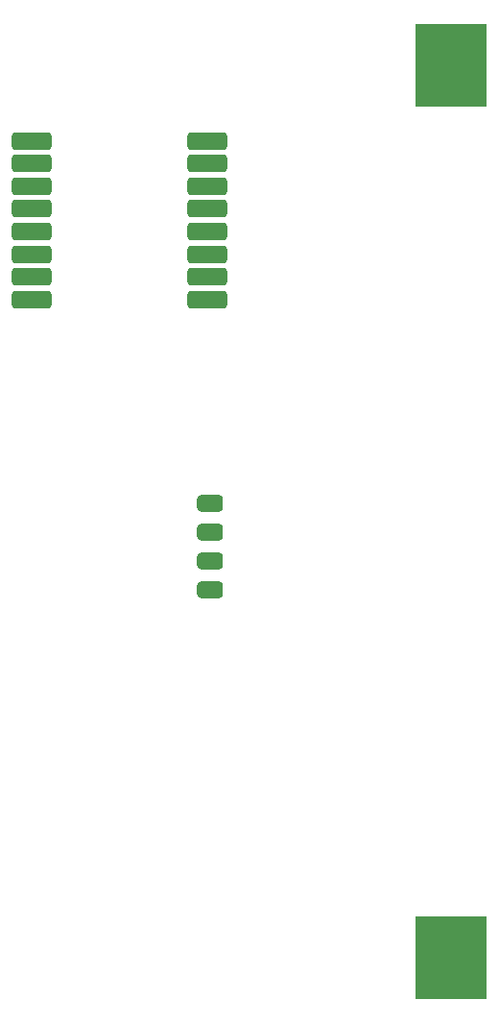
<source format=gbr>
%TF.GenerationSoftware,KiCad,Pcbnew,9.0.0*%
%TF.CreationDate,2025-07-08T12:35:53+02:00*%
%TF.ProjectId,capibarazeroPCB,63617069-6261-4726-917a-65726f504342,rev?*%
%TF.SameCoordinates,Original*%
%TF.FileFunction,Paste,Bot*%
%TF.FilePolarity,Positive*%
%FSLAX46Y46*%
G04 Gerber Fmt 4.6, Leading zero omitted, Abs format (unit mm)*
G04 Created by KiCad (PCBNEW 9.0.0) date 2025-07-08 12:35:53*
%MOMM*%
%LPD*%
G01*
G04 APERTURE LIST*
G04 Aperture macros list*
%AMRoundRect*
0 Rectangle with rounded corners*
0 $1 Rounding radius*
0 $2 $3 $4 $5 $6 $7 $8 $9 X,Y pos of 4 corners*
0 Add a 4 corners polygon primitive as box body*
4,1,4,$2,$3,$4,$5,$6,$7,$8,$9,$2,$3,0*
0 Add four circle primitives for the rounded corners*
1,1,$1+$1,$2,$3*
1,1,$1+$1,$4,$5*
1,1,$1+$1,$6,$7*
1,1,$1+$1,$8,$9*
0 Add four rect primitives between the rounded corners*
20,1,$1+$1,$2,$3,$4,$5,0*
20,1,$1+$1,$4,$5,$6,$7,0*
20,1,$1+$1,$6,$7,$8,$9,0*
20,1,$1+$1,$8,$9,$2,$3,0*%
G04 Aperture macros list end*
%ADD10RoundRect,0.250000X-1.500000X-0.500000X1.500000X-0.500000X1.500000X0.500000X-1.500000X0.500000X0*%
%ADD11RoundRect,0.381000X-0.762000X-0.381000X0.762000X-0.381000X0.762000X0.381000X-0.762000X0.381000X0*%
%ADD12R,6.350000X7.340000*%
G04 APERTURE END LIST*
D10*
%TO.C,U1*%
X139992000Y-88406000D03*
X139992000Y-86406000D03*
X139992000Y-84406000D03*
X139992000Y-82406000D03*
X139992000Y-80406000D03*
X139992000Y-78406000D03*
X139992000Y-76406000D03*
X139992000Y-74406000D03*
X155492000Y-74406000D03*
X155492000Y-76406000D03*
X155492000Y-78406000D03*
X155492000Y-80406000D03*
X155492000Y-82406000D03*
X155492000Y-84406000D03*
X155492000Y-86406000D03*
X155492000Y-88406000D03*
%TD*%
D11*
%TO.C,J4*%
X155746000Y-113950000D03*
X155746000Y-111410000D03*
X155746000Y-108870000D03*
X155746000Y-106330000D03*
%TD*%
D12*
%TO.C,BT1*%
X177000000Y-146430000D03*
X177000000Y-67770000D03*
%TD*%
M02*

</source>
